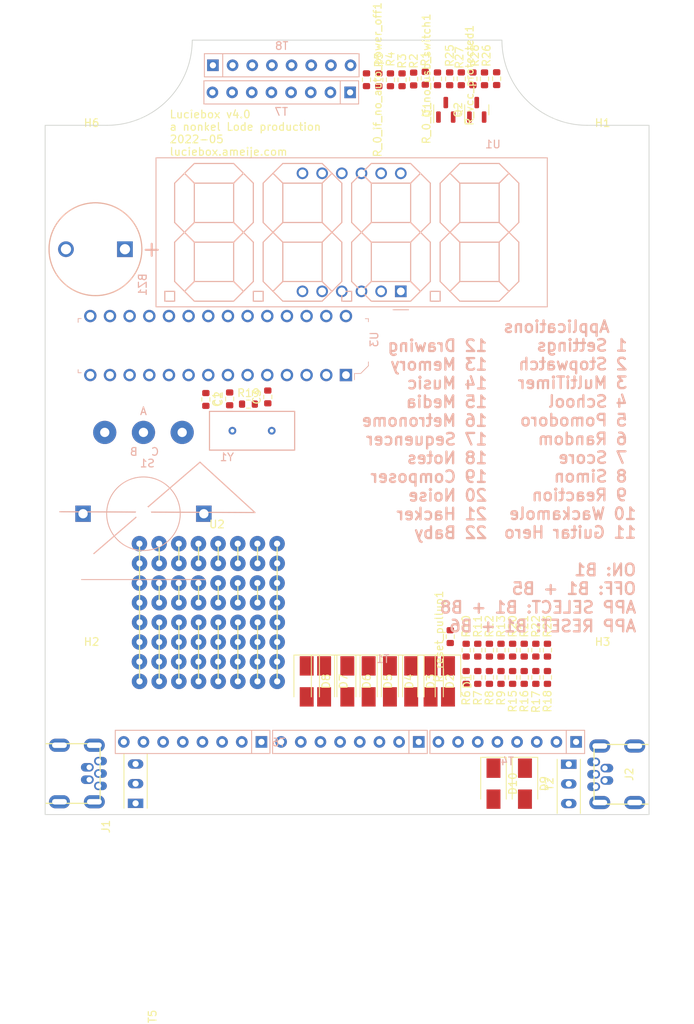
<source format=kicad_pcb>
(kicad_pcb (version 20211014) (generator pcbnew)
  (layers (0 "F.Cu" signal) (31 "B.Cu" signal) (34 "B.Paste" user) (35 "F.Paste" user) (36 "B.SilkS" user "B.Silkscreen") (37 "F.SilkS" user "F.Silkscreen") (38 "B.Mask" user) (39 "F.Mask" user) (44 "Edge.Cuts" user))
  (net 0 "")
  (net 1 "/A5(SCL)")
  (net 2 "GND")
  (net 3 "VCC")
  (net 4 "Net-(C2-Pad2)")
  (net 5 "Net-(C3-Pad2)")
  (net 6 "Net-(D1-Pad2)")
  (net 7 "Net-(J1-Pad2)")
  (net 8 "Net-(J1-Pad3)")
  (net 9 "Net-(J1-Pad4)")
  (net 10 "/Vin")
  (net 11 "/A0")
  (net 12 "/A1")
  (net 13 "/A2")
  (net 14 "/A3")
  (net 15 "/A4(SDA)")
  (net 16 "/13(SCK)")
  (net 17 "/12(MISO)")
  (net 18 "/11(PWM-MOSI)")
  (net 19 "/10(PWM-SS)")
  (net 20 "/9(PWM)")
  (net 21 "/8")
  (net 22 "/7")
  (net 23 "/6(PWM)")
  (net 24 "/5(PWM)")
  (net 25 "/4")
  (net 26 "/3(PWM)")
  (net 27 "/2")
  (net 28 "/1(Tx)")
  (net 29 "/0(Rx)")
  (net 30 "Net-(Q1-Pad1)")
  (net 31 "Net-(Q2-Pad2)")
  (net 32 "VCC_minimalCurrent")
  (net 33 "Net-(R16-Pad1)")
  (net 34 "Net-(R17-Pad1)")
  (net 35 "Net-(R18-Pad1)")
  (net 36 "Net-(R_reset_pullup1-Pad2)")
  (net 37 "Net-(U2-Pad11)")
  (net 38 "Net-(U2-Pad19)")
  (net 44 "Net-(U2-Pad30)")
  (net 50 "Net-(U2-Pad38)")
  (net 51 "Net-(U2-Pad21)")
  (net 52 "Net-(U2-Pad17)")
  (net 54 "Net-(U2-Pad13)")
  (net 55 "/A4")
  (net 56 "Net-(R26-Pad2)")
  (net 57 "Net-(D2-Pad2)")
  (net 58 "Net-(D3-Pad2)")
  (net 59 "Net-(D4-Pad2)")
  (net 60 "Net-(D5-Pad2)")
  (net 61 "Net-(D6-Pad2)")
  (net 62 "Net-(D7-Pad2)")
  (net 63 "Net-(D8-Pad2)")
  (net 64 "Net-(D9-Pad1)")
  (net 65 "Net-(D9-Pad2)")
  (net 66 "Net-(D10-Pad1)")
  (net 67 "Net-(D10-Pad2)")
  (net 68 "Net-(R1-Pad1)")
  (net 69 "Net-(R2-Pad1)")
  (net 70 "Net-(R3-Pad1)")
  (net 71 "Net-(R4-Pad1)")
  (net 72 "Net-(R5-Pad1)")
  (net 73 "Net-(R6-Pad2)")
  (net 74 "Net-(R10-Pad2)")
  (net 75 "Net-(R7-Pad2)")
  (net 76 "Net-(R11-Pad2)")
  (net 77 "Net-(R8-Pad2)")
  (net 78 "Net-(R12-Pad2)")
  (net 79 "Net-(R9-Pad2)")
  (net 80 "Net-(R15-Pad2)")
  (net 81 "Net-(R16-Pad2)")
  (net 82 "Net-(R17-Pad2)")
  (net 83 "Net-(R18-Pad2)")
  (net 88 "Net-(U2-Pad10)")
  (net 93 "Net-(U2-Pad46)")
  (net 99 "Net-(U2-Pad54)")
  (footprint "Luciebox:0603_1608Metric" (layer "F.Cu") (at 55.88 78.771 -90)
    (fp_text reference "R11" (at -3.075 0 90) (layer "F.SilkS"))
    (fp_text value "R_Small")
    (pad "1" smd roundrect (at -0.825 0 270) (size 0.8 0.95) (layers "F.Cu" "F.Paste" "F.Mask") (net 74 "Net-(R10-Pad2)"))
    (pad "2" smd roundrect (at 0.825 0 270) (size 0.8 0.95) (layers "F.Cu" "F.Paste" "F.Mask") (net 76 "Net-(R11-Pad2)"))
  )
  (footprint "Luciebox:0603_1608Metric" (layer "F.Cu") (at 58.88 78.771 90)
    (fp_text reference "R13" (at 3.075 0 90) (layer "F.SilkS"))
    (fp_text value "R_Small")
    (pad "1" smd roundrect (at -0.825 0 90) (size 0.8 0.95) (layers "F.Cu" "F.Paste" "F.Mask") (net 78 "Net-(R12-Pad2)"))
    (pad "2" smd roundrect (at 0.825 0 90) (size 0.8 0.95) (layers "F.Cu" "F.Paste" "F.Mask") (net 2 "GND"))
  )
  (footprint "Luciebox:0603_1608Metric" (layer "F.Cu") (at 43.1 5.125 90)
    (fp_text reference "R5" (at 2.575 0 90) (layer "F.SilkS"))
    (fp_text value "100")
    (pad "1" smd roundrect (at -0.825 0 90) (size 0.8 0.95) (layers "F.Cu" "F.Paste" "F.Mask") (net 72 "Net-(R5-Pad1)"))
    (pad "2" smd roundrect (at 0.825 0 90) (size 0.8 0.95) (layers "F.Cu" "F.Paste" "F.Mask") (net 18 "/11(PWM-MOSI)"))
  )
  (footprint "Luciebox:D_SMA" (layer "F.Cu") (at 36.034 82.804 -90)
    (fp_text reference "D7" (at 0 -2.5 90) (layer "F.SilkS"))
    (fp_text value "D_Schottky")
    (pad "1" smd rect (at -2 0 270) (size 2.5 1.8) (layers "F.Cu" "F.Paste" "F.Mask") (net 16 "/13(SCK)"))
    (pad "2" smd rect (at 2 0 270) (size 2.5 1.8) (layers "F.Cu" "F.Paste" "F.Mask") (net 62 "Net-(D7-Pad2)"))
  )
  (footprint "Luciebox:D_SMA" (layer "F.Cu") (at 52.034 82.804 -90)
    (fp_text reference "D1" (at 0 -2.5 90) (layer "F.SilkS"))
    (fp_text value "D_Schottky")
    (pad "1" smd rect (at -2 0 270) (size 2.5 1.8) (layers "F.Cu" "F.Paste" "F.Mask") (net 22 "/7"))
    (pad "2" smd rect (at 2 0 270) (size 2.5 1.8) (layers "F.Cu" "F.Paste" "F.Mask") (net 6 "Net-(D1-Pad2)"))
  )
  (footprint "Luciebox:D_SMA" (layer "F.Cu") (at 49.784 82.804 -90)
    (fp_text reference "D2" (at 0 -2.5 90) (layer "F.SilkS"))
    (fp_text value "D_Schottky")
    (pad "1" smd rect (at -2 0 270) (size 2.5 1.8) (layers "F.Cu" "F.Paste" "F.Mask") (net 14 "/A3"))
    (pad "2" smd rect (at 2 0 270) (size 2.5 1.8) (layers "F.Cu" "F.Paste" "F.Mask") (net 57 "Net-(D2-Pad2)"))
  )
  (footprint "Luciebox:D_SMA" (layer "F.Cu") (at 47.284 82.804 -90)
    (fp_text reference "D3" (at 0 -2.5 90) (layer "F.SilkS"))
    (fp_text value "D_Schottky")
    (pad "1" smd rect (at -2 0 270) (size 2.5 1.8) (layers "F.Cu" "F.Paste" "F.Mask") (net 25 "/4"))
    (pad "2" smd rect (at 2 0 270) (size 2.5 1.8) (layers "F.Cu" "F.Paste" "F.Mask") (net 58 "Net-(D3-Pad2)"))
  )
  (footprint "Luciebox:Terminal_3x1_100mil" (layer "F.Cu") (at 11.684 96.012 90)
    (fp_text reference "T5" (at -30.055 2.185 90) (layer "F.SilkS"))
    (fp_text value "terminal_3x1")
    (pad "1" thru_hole rect (at -2.54 0 90) (size 1.2 2) (drill 0.8) (layers *.Cu *.Mask) (net 7 "Net-(J1-Pad2)"))
    (pad "2" thru_hole oval (at 0 0 90) (size 1.2 2) (drill 0.8) (layers *.Cu *.Mask) (net 9 "Net-(J1-Pad4)"))
    (pad "3" thru_hole oval (at 2.54 0 90) (size 1.2 2) (drill 0.8) (layers *.Cu *.Mask) (net 8 "Net-(J1-Pad3)"))
  )
  (footprint "Luciebox:0603_1608Metric" (layer "F.Cu") (at 57.38 82.296 -90)
    (fp_text reference "R8" (at 2.65 0 90) (layer "F.SilkS"))
    (fp_text value "R_Small")
    (pad "1" smd roundrect (at -0.825 0 270) (size 0.8 0.95) (layers "F.Cu" "F.Paste" "F.Mask") (net 76 "Net-(R11-Pad2)"))
    (pad "2" smd roundrect (at 0.825 0 270) (size 0.8 0.95) (layers "F.Cu" "F.Paste" "F.Mask") (net 77 "Net-(R8-Pad2)"))
  )
  (footprint "Luciebox:MountingHole_4.3mm_M4" (layer "F.Cu") (at 6 83)
    (fp_text reference "H2" (at 0 -5.3) (layer "F.SilkS"))
    (fp_text value "MountingHole")
    (pad "" np_thru_hole circle locked (at 0 0) (size 4.3 4.3) (drill 4.3) (layers *.Cu *.Mask) (clearance 2))
  )
  (footprint "Package_TO_SOT_SMD:SOT-23" (layer "F.Cu") (at 51.75 9 90)
    (fp_text reference "Q1" (at 0 -2.4 90) (layer "F.SilkS"))
    (fp_text value "P-Channel MOSFET")
    (pad "1" smd roundrect locked (at -0.9375 -0.95 90) (size 1.475 0.6) (layers "F.Cu" "F.Paste" "F.Mask") (net 30 "Net-(Q1-Pad1)"))
    (pad "2" smd roundrect locked (at -0.9375 0.95 90) (size 1.475 0.6) (layers "F.Cu" "F.Paste" "F.Mask") (net 10 "/Vin"))
    (pad "3" smd roundrect locked (at 0.9375 0 90) (size 1.475 0.6) (layers "F.Cu" "F.Paste" "F.Mask") (net 3 "VCC"))
  )
  (footprint "Luciebox:0603_1608Metric" (layer "F.Cu") (at 23.835 46.325 90)
    (fp_text reference "C2" (at 0 -1.43 90) (layer "F.SilkS"))
    (fp_text value "20pF")
    (pad "1" smd roundrect (at -0.825 0 90) (size 0.8 0.95) (layers "F.Cu" "F.Paste" "F.Mask") (net 2 "GND"))
    (pad "2" smd roundrect (at 0.825 0 90) (size 0.8 0.95) (layers "F.Cu" "F.Paste" "F.Mask") (net 4 "Net-(C2-Pad2)"))
  )
  (footprint "Luciebox:0603_1608Metric" (layer "F.Cu") (at 41.5036 5.1176 -90)
    (fp_text reference "R_0_if_no_auto_power_off1" (at 0 -1.43 90) (layer "F.SilkS"))
    (fp_text value "0")
    (pad "1" smd roundrect (at -0.825 0 270) (size 0.8 0.95) (layers "F.Cu" "F.Paste" "F.Mask") (net 3 "VCC"))
    (pad "2" smd roundrect (at 0.825 0 270) (size 0.8 0.95) (layers "F.Cu" "F.Paste" "F.Mask") (net 10 "/Vin"))
  )
  (footprint "Luciebox:0603_1608Metric" (layer "F.Cu") (at 64.88 78.771 90)
    (fp_text reference "R23" (at 3.075 0 90) (layer "F.SilkS"))
    (fp_text value "R_Small")
    (pad "1" smd roundrect (at -0.825 0 90) (size 0.8 0.95) (layers "F.Cu" "F.Paste" "F.Mask") (net 35 "Net-(R18-Pad1)"))
    (pad "2" smd roundrect (at 0.825 0 90) (size 0.8 0.95) (layers "F.Cu" "F.Paste" "F.Mask") (net 2 "GND"))
  )
  (footprint "Luciebox:D_SMA" (layer "F.Cu") (at 41.784 82.804 -90)
    (fp_text reference "D5" (at 0 -2.5 90) (layer "F.SilkS"))
    (fp_text value "D_Schottky")
    (pad "1" smd rect (at -2 0 270) (size 2.5 1.8) (layers "F.Cu" "F.Paste" "F.Mask") (net 29 "/0(Rx)"))
    (pad "2" smd rect (at 2 0 270) (size 2.5 1.8) (layers "F.Cu" "F.Paste" "F.Mask") (net 60 "Net-(D5-Pad2)"))
  )
  (footprint "Luciebox:0603_1608Metric" (layer "F.Cu") (at 55.25 5 -90)
    (fp_text reference "R28" (at -3 -0.25 90) (layer "F.SilkS"))
    (fp_text value "100K")
    (pad "1" smd roundrect (at -0.825 0 270) (size 0.8 0.95) (layers "F.Cu" "F.Paste" "F.Mask") (net 2 "GND"))
    (pad "2" smd roundrect (at 0.825 0 270) (size 0.8 0.95) (layers "F.Cu" "F.Paste" "F.Mask") (net 31 "Net-(Q2-Pad2)"))
  )
  (footprint "Luciebox:0603_1608Metric" (layer "F.Cu") (at 54.38 82.296 -90)
    (fp_text reference "R6" (at 2.65 0 90) (layer "F.SilkS"))
    (fp_text value "R_Small")
    (pad "1" smd roundrect (at -0.825 0 270) (size 0.8 0.95) (layers "F.Cu" "F.Paste" "F.Mask") (net 13 "/A2"))
    (pad "2" smd roundrect (at 0.825 0 270) (size 0.8 0.95) (layers "F.Cu" "F.Paste" "F.Mask") (net 73 "Net-(R6-Pad2)"))
  )
  (footprint "Luciebox:D_SMA" (layer "F.Cu") (at 57.912 96.012 -90)
    (fp_text reference "D10" (at 0 -2.5 90) (layer "F.SilkS"))
    (fp_text value "D_Schottky")
    (pad "1" smd rect (at -2 0 270) (size 2.5 1.8) (layers "F.Cu" "F.Paste" "F.Mask") (net 66 "Net-(D10-Pad1)"))
    (pad "2" smd rect (at 2 0 270) (size 2.5 1.8) (layers "F.Cu" "F.Paste" "F.Mask") (net 67 "Net-(D10-Pad2)"))
  )
  (footprint "Luciebox:D_SMA" (layer "F.Cu") (at 61.976 96.012 -90)
    (fp_text reference "D9" (at 0 -2.5 90) (layer "F.SilkS"))
    (fp_text value "D_Schottky")
    (pad "1" smd rect (at -2 0 270) (size 2.5 1.8) (layers "F.Cu" "F.Paste" "F.Mask") (net 64 "Net-(D9-Pad1)"))
    (pad "2" smd rect (at 2 0 270) (size 2.5 1.8) (layers "F.Cu" "F.Paste" "F.Mask") (net 65 "Net-(D9-Pad2)"))
  )
  (footprint "Luciebox:SOT-23" (layer "F.Cu") (at 55.75 9 90)
    (fp_text reference "Q2" (at 0 -2.4 90) (layer "F.SilkS"))
    (fp_text value "NPN transistor")
    (pad "1" smd roundrect (at -0.9375 -0.95 90) (size 1.475 0.6) (layers "F.Cu" "F.Paste" "F.Mask") (net 30 "Net-(Q1-Pad1)"))
    (pad "2" smd roundrect (at -0.9375 0.95 90) (size 1.475 0.6) (layers "F.Cu" "F.Paste" "F.Mask") (net 31 "Net-(Q2-Pad2)"))
    (pad "3" smd roundrect (at 0.9375 0 90) (size 1.475 0.6) (layers "F.Cu" "F.Paste" "F.Mask") (net 2 "GND"))
  )
  (footprint "Luciebox:0603_1608Metric" (layer "F.Cu") (at 52.25 5 -90)
    (fp_text reference "R25" (at -3 0 -270) (layer "F.SilkS"))
    (fp_text value "100K")
    (pad "1" smd roundrect (at -0.825 0 270) (size 0.8 0.95) (layers "F.Cu" "F.Paste" "F.Mask") (net 10 "/Vin"))
    (pad "2" smd roundrect (at 0.825 0 270) (size 0.8 0.95) (layers "F.Cu" "F.Paste" "F.Mask") (net 30 "Net-(Q1-Pad1)"))
  )
  (footprint "Luciebox:0603_1608Metric" (layer "F.Cu") (at 55.88 82.296 -90)
    (fp_text reference "R7" (at 2.65 0 90) (layer "F.SilkS"))
    (fp_text value "R_Small")
    (pad "1" smd roundrect (at -0.825 0 270) (size 0.8 0.95) (layers "F.Cu" "F.Paste" "F.Mask") (net 74 "Net-(R10-Pad2)"))
    (pad "2" smd roundrect (at 0.825 0 270) (size 0.8 0.95) (layers "F.Cu" "F.Paste" "F.Mask") (net 75 "Net-(R7-Pad2)"))
  )
  (footprint "Luciebox:0603_1608Metric" (layer "F.Cu") (at 63.38 78.771 -90)
    (fp_text reference "R22" (at -3.075 0 90) (layer "F.SilkS"))
    (fp_text value "R_Small")
    (pad "1" smd roundrect (at -0.825 0 270) (size 0.8 0.95) (layers "F.Cu" "F.Paste" "F.Mask") (net 34 "Net-(R17-Pad1)"))
    (pad "2" smd roundrect (at 0.825 0 270) (size 0.8 0.95) (layers "F.Cu" "F.Paste" "F.Mask") (net 35 "Net-(R18-Pad1)"))
  )
  (footprint "Luciebox:D_SMA" (layer "F.Cu") (at 44.534 82.804 -90)
    (fp_text reference "D4" (at 0 -2.5 90) (layer "F.SilkS"))
    (fp_text value "D_Schottky")
    (pad "1" smd rect (at -2 0 270) (size 2.5 1.8) (layers "F.Cu" "F.Paste" "F.Mask") (net 21 "/8"))
    (pad "2" smd rect (at 2 0 270) (size 2.5 1.8) (layers "F.Cu" "F.Paste" "F.Mask") (net 59 "Net-(D4-Pad2)"))
  )
  (footprint "Luciebox:0603_1608Metric" (layer "F.Cu") (at 52.324 77.025 90)
    (fp_text reference "R_reset_pullup1" (at 0 -1.43 90) (layer "F.SilkS"))
    (fp_text value "30000")
    (pad "1" smd roundrect (at -0.825 0 90) (size 0.8 0.95) (layers "F.Cu" "F.Paste" "F.Mask") (net 3 "VCC"))
    (pad "2" smd roundrect (at 0.825 0 90) (size 0.8 0.95) (layers "F.Cu" "F.Paste" "F.Mask") (net 36 "Net-(R_reset_pullup1-Pad2)"))
  )
  (footprint "Luciebox:MountingHole_4.3mm_M4" (layer "F.Cu") (at 72 83)
    (fp_text reference "H3" (at 0 -5.3) (layer "F.SilkS"))
    (fp_text value "MountingHole")
    (pad "" np_thru_hole circle locked (at 0 0) (size 4.3 4.3) (drill 4.3) (layers *.Cu *.Mask) (clearance 2))
  )
  (footprint "Luciebox:MountingHole_4.3mm_M4" (layer "F.Cu") (at 6 16)
    (fp_text reference "H6" (at 0 -5.3) (layer "F.SilkS"))
    (fp_text value "MountingHole")
    (pad "" np_thru_hole circle locked (at 0 0) (size 4.3 4.3) (drill 4.3) (layers *.Cu *.Mask) (clearance 2))
  )
  (footprint "Luciebox:0603_1608Metric" (layer "F.Cu") (at 20.76 46.4 -90)
    (fp_text reference "C1" (at 0 -1.43 90) (layer "F.SilkS"))
    (fp_text value "100nF")
    (pad "1" smd roundrect (at -0.825 0 270) (size 0.8 0.95) (layers "F.Cu" "F.Paste" "F.Mask") (net 3 "VCC"))
    (pad "2" smd roundrect (at 0.825 0 270) (size 0.8 0.95) (layers "F.Cu" "F.Paste" "F.Mask") (net 2 "GND"))
  )
  (footprint "Luciebox:usb_mini_Molex-0548190519" (layer "F.Cu") (at 0.1 94.7)
    (fp_text reference "J1")
    (fp_text value "USB_B_Mini")
    (fp_text user "${REFERENCE}" (at 7.75 6.85 90) (layer "F.SilkS"))
    (pad "1" thru_hole oval locked (at 6.8 1.6) (size 1.65 1.1) (drill oval 0.7 (offset 0.25 0)) (layers *.Cu "B.Mask") (net 2 "GND"))
    (pad "2" thru_hole oval locked (at 5.6 0.8 180) (size 1.65 1.1) (drill oval 0.7 (offset 0.25 0)) (layers *.Cu "B.Mask") (net 7 "Net-(J1-Pad2)"))
    (pad "3" thru_hole oval locked (at 6.8 0) (size 1.65 1.1) (drill oval 0.7 (offset 0.25 0)) (layers *.Cu "B.Mask") (net 8 "Net-(J1-Pad3)"))
    (pad "4" thru_hole oval locked (at 5.6 -0.8 180) (size 1.65 1.1) (drill oval 0.7 (offset 0.25 0)) (layers *.Cu "B.Mask") (net 9 "Net-(J1-Pad4)"))
    (pad "5" thru_hole oval locked (at 6.8 -1.6) (size 1.65 1.1) (drill oval 0.7 (offset 0.25 0)) (layers *.Cu "B.Mask") (net 65 "Net-(D9-Pad2)"))
    (pad "6" thru_hole oval locked (at 6.26072 3.65) (size 2.7 1.7) (drill oval 1.9 0.7) (layers *.Cu *.Mask) (net 2 "GND"))
    (pad "6" thru_hole oval locked (at 1.75 -3.65) (size 2.7 1.7) (drill oval 1.9 0.7) (layers *.Cu *.Mask) (net 2 "GND"))
    (pad "6" thru_hole oval locked (at 1.75 3.65) (size 2.7 1.7) (drill oval 1.9 0.7) (layers *.Cu *.Mask) (net 2 "GND"))
    (pad "6" thru_hole oval locked (at 6.26072 -3.65) (size 2.7 1.7) (drill oval 1.9 0.7) (layers *.Cu *.Mask) (net 2 "GND"))
  )
  (footprint "Luciebox:usb_mini_Molex-0548190519" (layer "F.Cu") (at 77.9 94.8 180)
    (fp_text reference "J2")
    (fp_text value "USB_B_Mini")
    (fp_text user "${REFERENCE}" (at 2.45 0 90) (layer "F.SilkS"))
    (pad "1" thru_hole oval locked (at 6.8 1.6 180) (size 1.65 1.1) (drill oval 0.7 (offset 0.25 0)) (layers *.Cu "B.Mask") (net 2 "GND"))
    (pad "2" thru_hole oval locked (at 5.6 0.8) (size 1.65 1.1) (drill oval 0.7 (offset 0.25 0)) (layers *.Cu "B.Mask") (net 7 "Net-(J1-Pad2)"))
    (pad "3" thru_hole oval locked (at 6.8 0 180) (size 1.65 1.1) (drill oval 0.7 (offset 0.25 0)) (layers *.Cu "B.Mask") (net 8 "Net-(J1-Pad3)"))
    (pad "4" thru_hole oval locked (at 5.6 -0.8) (size 1.65 1.1) (drill oval 0.7 (offset 0.25 0)) (layers *.Cu "B.Mask") (net 9 "Net-(J1-Pad4)"))
    (pad "5" thru_hole oval locked (at 6.8 -1.6 180) (size 1.65 1.1) (drill oval 0.7 (offset 0.25 0)) (layers *.Cu "B.Mask") (net 65 "Net-(D9-Pad2)"))
    (pad "6" thru_hole oval locked (at 6.26072 -3.65 180) (size 2.7 1.7) (drill oval 1.9 0.7) (layers *.Cu *.Mask) (net 2 "GND"))
    (pad "6" thru_hole oval locked (at 1.75 3.65 180) (size 2.7 1.7) (drill oval 1.9 0.7) (layers *.Cu *.Mask) (net 2 "GND"))
    (pad "6" thru_hole oval locked (at 1.75 -3.65 180) (size 2.7 1.7) (drill oval 1.9 0.7) (layers *.Cu *.Mask) (net 2 "GND"))
    (pad "6" thru_hole oval locked (at 6.26072 3.65 180) (size 2.7 1.7) (drill oval 1.9 0.7) (layers *.Cu *.Mask) (net 2 "GND"))
  )
  (footprint "Luciebox:0603_1608Metric" (layer "F.Cu") (at 26.26 47)
    (fp_text reference "R19" (at 0 -1.43) (layer "F.SilkS"))
    (fp_text value "1M")
    (pad "1" smd roundrect (at -0.825 0) (size 0.8 0.95) (layers "F.Cu" "F.Paste" "F.Mask") (net 4 "Net-(C2-Pad2)"))
    (pad "2" smd roundrect (at 0.825 0) (size 0.8 0.95) (layers "F.Cu" "F.Paste" "F.Mask") (net 5 "Net-(C3-Pad2)"))
  )
  (footprint "Luciebox:0603_1608Metric" (layer "F.Cu") (at 58.88 82.296 -90)
    (fp_text reference "R9" (at 2.65 0 90) (layer "F.SilkS"))
    (fp_text value "R_Small")
    (pad "1" smd roundrect (at -0.825 0 270) (size 0.8 0.95) (layers "F.Cu" "F.Paste" "F.Mask") (net 78 "Net-(R12-Pad2)"))
    (pad "2" smd roundrect (at 0.825 0 270) (size 0.8 0.95) (layers "F.Cu" "F.Paste" "F.Mask") (net 79 "Net-(R9-Pad2)"))
  )
  (footprint "Luciebox:0603_1608Metric" (layer "F.Cu") (at 56.75 5 90)
    (fp_text reference "R26" (at 3 0.25 90) (layer "F.SilkS"))
    (fp_text value "1K")
    (pad "1" smd roundrect (at -0.825 0 90) (size 0.8 0.95) (layers "F.Cu" "F.Paste" "F.Mask") (net 31 "Net-(Q2-Pad2)"))
    (pad "2" smd roundrect (at 0.825 0 90) (size 0.8 0.95) (layers "F.Cu" "F.Paste" "F.Mask") (net 56 "Net-(R26-Pad2)"))
  )
  (footprint "Luciebox:0603_1608Metric" (layer "F.Cu") (at 63.38 82.296 -90)
    (fp_text reference "R17" (at 3.15 -0.01 90) (layer "F.SilkS"))
    (fp_text value "R_Small")
    (pad "1" smd roundrect (at -0.825 0 270) (size 0.8 0.95) (layers "F.Cu" "F.Paste" "F.Mask") (net 34 "Net-(R17-Pad1)"))
    (pad "2" smd roundrect (at 0.825 0 270) (size 0.8 0.95) (layers "F.Cu" "F.Paste" "F.Mask") (net 82 "Net-(R17-Pad2)"))
  )
  (footprint "Luciebox:0603_1608Metric" (layer "F.Cu") (at 58.3184 4.9784 -90)
    (fp_text reference "R_vcc_protected1" (at -0.425 3.5 -90) (layer "F.SilkS"))
    (fp_text value "10K")
    (pad "1" smd roundrect (at -0.825 0 270) (size 0.8 0.95) (layers "F.Cu" "F.Paste" "F.Mask") (net 3 "VCC"))
    (pad "2" smd roundrect (at 0.825 0 270) (size 0.8 0.95) (layers "F.Cu" "F.Paste" "F.Mask") (net 32 "VCC_minimalCurrent"))
  )
  (footprint "Luciebox:0603_1608Metric" (layer "F.Cu") (at 46.1 5.125 90)
    (fp_text reference "R3" (at 2.425 0 90) (layer "F.SilkS"))
    (fp_text value "100")
    (pad "1" smd roundrect (at -0.825 0 90) (size 0.8 0.95) (layers "F.Cu" "F.Paste" "F.Mask") (net 70 "Net-(R3-Pad1)"))
    (pad "2" smd roundrect (at 0.825 0 90) (size 0.8 0.95) (layers "F.Cu" "F.Paste" "F.Mask") (net 20 "/9(PWM)"))
  )
  (footprint "Luciebox:0603_1608Metric" (layer "F.Cu") (at 61.88 78.771 90)
    (fp_text reference "R21" (at 3.075 0 90) (layer "F.SilkS"))
    (fp_text value "R_Small")
    (pad "1" smd roundrect (at -0.825 0 90) (size 0.8 0.95) (layers "F.Cu" "F.Paste" "F.Mask") (net 33 "Net-(R16-Pad1)"))
    (pad "2" smd roundrect (at 0.825 0 90) (size 0.8 0.95) (layers "F.Cu" "F.Paste" "F.Mask") (net 34 "Net-(R17-Pad1)"))
  )
  (footprint "Luciebox:8X8PADS_100mil" (layer "F.Cu") (at 22.1996 73.8886)
    (fp_text reference "U2" (at -0.00635 -11.3646) (layer "F.SilkS"))
    (fp_text value "8X8PADS")
    (pad "1" thru_hole oval locked (at -10.0076 8.9154) (size 2 2) (drill 0.8) (layers *.Cu *.Mask) (net 3 "VCC"))
    (pad "2" thru_hole oval locked (at -10.0203 6.3754) (size 2 2) (drill 0.8) (layers *.Cu *.Mask) (net 3 "VCC"))
    (pad "3" thru_hole oval locked (at -10.0076 3.8354) (size 2 2) (drill 0.8) (layers *.Cu *.Mask) (net 3 "VCC"))
    (pad "4" thru_hole oval locked (at -9.9949 1.2954) (size 2 2) (drill 0.8) (layers *.Cu *.Mask) (net 3 "VCC"))
    (pad "5" thru_hole oval locked (at -10.0076 -1.2446) (size 2 2) (drill 0.8) (layers *.Cu *.Mask) (net 3 "VCC"))
    (pad "6" thru_hole oval locked (at -10.0203 -3.7846) (size 2 2) (drill 0.8) (layers *.Cu *.Mask) (net 3 "VCC"))
    (pad "7" thru_hole oval locked (at -10.0076 -6.3246) (size 2 2) (drill 0.8) (layers *.Cu *.Mask) (net 3 "VCC"))
    (pad "8" thru_hole oval locked (at -10.0203 -8.8646) (size 2 2) (drill 0.8) (layers *.Cu *.Mask) (net 3 "VCC"))
    (pad "9" thru_hole oval locked (at -7.4676 8.9154) (size 2 2) (drill 0.8) (layers *.Cu *.Mask) (net 88 "Net-(U2-Pad10)"))
    (pad "10" thru_hole oval locked (at -7.4803 6.3754) (size 2 2) (drill 0.8) (layers *.Cu *.Mask) (net 88 "Net-(U2-Pad10)"))
    (pad "11" thru_hole oval locked (at -7.4676 3.8354) (size 2 2) (drill 0.8) (layers *.Cu *.Mask) (net 37 "Net-(U2-Pad11)"))
    (pad "12" thru_hole oval locked (at -7.4549 1.2954) (size 2 2) (drill 0.8) (layers *.Cu *.Mask) (net 37 "Net-(U2-Pad11)"))
    (pad "13" thru_hole oval locked (at -7.4676 -1.2446) (size 2 2) (drill 0.8) (layers *.Cu *.Mask) (net 54 "Net-(U2-Pad13)"))
    (pad "14" thru_hole oval locked (at -7.4803 -3.7846) (size 2 2) (drill 0.8) (layers *.Cu *.Mask) (net 54 "Net-(U2-Pad13)"))
    (pad "15" thru_hole oval locked (at -7.4676 -6.3246) (size 2 2) (drill 0.8) (layers *.Cu *.Mask) (net 54 "Net-(U2-Pad13)"))
    (pad "16" thru_hole oval locked (at -7.4803 -8.8646) (size 2 2) (drill 0.8) (layers *.Cu *.Mask) (net 54 "Net-(U2-Pad13)"))
    (pad "17" thru_hole oval locked (at -4.9276 8.9154) (size 2 2) (drill 0.8) (layers *.Cu *.Mask) (net 52 "Net-(U2-Pad17)"))
    (pad "18" thru_hole oval locked (at -4.9403 6.3754) (size 2 2) (drill 0.8) (layers *.Cu *.Mask) (net 52 "Net-(U2-Pad17)"))
    (pad "19" thru_hole oval locked (at -4.9276 3.8354) (size 2 2) (drill 0.8) (layers *.Cu *.Mask) (net 38 "Net-(U2-Pad19)"))
    (pad "20" thru_hole oval locked (at -4.9149 1.2954) (size 2 2) (drill 0.8) (layers *.Cu *.Mask) (net 38 "Net-(U2-Pad19)"))
    (pad "21" thru_hole oval locked (at -4.9276 -1.2446) (size 2 2) (drill 0.8) (layers *.Cu *.Mask) (net 51 "Net-(U2-Pad21)"))
    (pad "22" thru_hole oval locked (at -4.9403 -3.7846) (size 2 2) (drill 0.8) (layers *.Cu *.Mask) (net 51 "Net-(U2-Pad21)"))
    (pad "23" thru_hole oval locked (at -4.9276 -6.3246) (size 2 2) (drill 0.8) (layers *.Cu *.Mask) (net 51 "Net-(U2-Pad21)"))
    (pad "24" thru_hole oval locked (at -4.9403 -8.8646) (size 2 2) (drill 0.8) (layers *.Cu *.Mask) (net 51 "Net-(U2-Pad21)"))
    (pad "25" thru_hole oval locked (at -2.3876 8.9154) (size 2 2) (drill 0.8) (layers *.Cu *.Mask))
    (pad "26" thru_hole oval locked (at -2.4003 6.3754) (size 2 2) (drill 0.8) (layers *.Cu *.Mask))
    (pad "27" thru_hole oval locked (at -2.3876 3.8354) (size 2 2) (drill 0.8) (layers *.Cu *.Mask))
    (pad "28" thru_hole oval locked (at -2.3749 1.2954) (size 2 2) (drill 0.8) (layers *.Cu *.Mask))
    (pad "29" thru_hole oval locked (at -2.3876 -1.2446) (size 2 2) (drill 0.8) (layers *.Cu *.Mask))
    (pad "30" thru_hole oval locked (at -2.4003 -3.7846) (size 2 2) (drill 0.8) (layers *.Cu *.Mask) (net 44 "Net-(U2-Pad30)"))
    (pad "31" thru_hole oval locked (at -2.3876 -6.3246) (size 2 2) (drill 0.8) (layers *.Cu *.Mask) (net 44 "Net-(U2-Pad30)"))
    (pad "32" thru_hole oval locked (at -2.4003 -8.8646) (size 2 2) (drill 0.8) (layers *.Cu *.Mask) (net 44 "Net-(U2-Pad30)"))
    (pad "33" thru_hole oval locked (at 0.1524 8.9154) (size 2 2) (drill 0.8) (layers *.Cu *.Mask))
    (pad "34" thru_hole oval locked (at 0.1397 6.3754) (size 2 2) (drill 0.8) (layers *.Cu *.Mask))
    (pad "35" thru_hole oval locked (at 0.1524 3.8354) (size 2 2) (drill 0.8) (layers *.Cu *.Mask))
    (pad "36" thru_hole oval locked (at 0.1651 1.2954) (size 2 2) (drill 0.8) (layers *.Cu *.Mask))
    (pad "37" thru_hole oval locked (at 0.1524 -1.2446) (size 2 2) (drill 0.8) (layers *.Cu *.Mask))
    (pad "38" thru_hole oval locked (at 0.1397 -3.7846) (size 2 2) (drill 0.8) (layers *.Cu *.Mask) (net 50 "Net-(U2-Pad38)"))
    (pad "39" thru_hole oval locked (at 0.1524 -6.3246) (size 2 2) (drill 0.8) (layers *.Cu *.Mask) (net 50 "Net-(U2-Pad38)"))
    (pad "40" thru_hole oval locked (at 0.1397 -8.8646) (size 2 2) (drill 0.8) (layers *.Cu *.Mask) (net 50 "Net-(U2-Pad38)"))
    (pad "41" thru_hole oval locked (at 2.6924 8.9154) (size 2 2) (drill 0.8) (layers *.Cu *.Mask))
    (pad "42" thru_hole oval locked (at 2.6797 6.3754) (size 2 2) (drill 0.8) (layers *.Cu *.Mask))
    (pad "43" thru_hole oval locked (at 2.6924 3.8354) (size 2 2) (drill 0.8) (layers *.Cu *.Mask))
    (pad "44" thru_hole oval locked (at 2.7051 1.2954) (size 2 2) (drill 0.8) (layers *.Cu *.Mask))
    (pad "45" thru_hole oval locked (at 2.6924 -1.2446) (size 2 2) (drill 0.8) (layers *.Cu *.Mask))
    (pad "46" thru_hole oval locked (at 2.6797 -3.7846) (size 2 2) (drill 0.8) (layers *.Cu *.Mask) (net 93 "Net-(U2-Pad46)"))
    (pad "47" thru_hole oval locked (at 2.6924 -6.3246) (size 2 2) (drill 0.8) (layers *.Cu *.Mask) (net 93 "Net-(U2-Pad46)"))
    (pad "48" thru_hole oval locked (at 2.6797 -8.8646) (size 2 2) (drill 0.8) (layers *.Cu *.Mask) (net 93 "Net-(U2-Pad46)"))
    (pad "49" thru_hole oval locked (at 5.2324 8.9154) (size 2 2) (drill 0.8) (layers *.Cu *.Mask))
    (pad "50" thru_hole oval locked (at 5.2197 6.3754) (size 2 2) (drill 0.8) (layers *.Cu *.Mask))
    (pad "51" thru_hole oval locked (at 5.2324 3.8354) (size 2 2) (drill 0.8) (layers *.Cu *.Mask))
    (pad "52" thru_hole oval locked (at 5.2451 1.2954) (size 2 2) (drill 0.8) (layers *.Cu *.Mask))
    (pad "53" thru_hole oval locked (at 5.2324 -1.2446) (size 2 2) (drill 0.8) (layers *.Cu *.Mask))
    (pad "54" thru_hole oval locked (at 5.2197 -3.7846) (size 2 2) (drill 0.8) (layers *.Cu *.Mask) (net 99 "Net-(U2-Pad54)"))
    (pad "55" thru_hole oval locked (at 5.2324 -6.3246) (size 2 2) (drill 0.8) (layers *.Cu *.Mask) (net 99 "Net-(U2-Pad54)"))
    (pad "56" thru_hole oval locked (at 5.2197 -8.8646) (size 2 2) (drill 0.8) (layers *.Cu *.Mask) (net 99 "Net-(U2-Pad54)"))
    (pad "57" thru_hole oval locked (at 7.7724 8.9154) (size 2 2) (drill 0.8) (layers *.Cu *.Mask) (net 2 "GND"))
    (pad "58" thru_hole oval locked (at 7.7597 6.3754) (size 2 2) (drill 0.8) (layers *.Cu *.Mask) (net 2 "GND"))
    (pad "59" thru_hole oval locked (at 7.7724 3.8354) (size 2 2) (drill 0.8) (layers *.Cu *.Mask) (net 2 "GND"))
    (pad "60" thru_hole oval locked (at 7.7851 1.2954) (size 2 2) (drill 0.8) (layers *.Cu *.Mask) (net 2 "GND"))
    (pad "61" thru_hole oval locked (at 7.7724 -1.2446) (size 2 2) (drill 0.8) (layers *.Cu *.Mask) (net 2 "GND"))
    (pad "62" thru_hole oval locked (at 7.7597 -3.7846) (size 2 2) (drill 0.8) (layers *.Cu *.Mask) (net 2 "GND"))
    (pad "63" thru_hole oval locked (at 7.7724 -6.3246) (size 2 2) (drill 0.8) (layers *.Cu *.Mask) (net 2 "GND"))
    (pad "64" thru_hole oval locked (at 7.7597 -8.8646) (size 2 2) (drill 0.8) (layers *.Cu *.Mask) (net 2 "GND"))
  )
  (footprint "Luciebox:0603_1608Metric" (layer "F.Cu") (at 61.88 82.296 -90)
    (fp_text reference "R16" (at 3.075 0 90) (layer "F.SilkS"))
    (fp_text value "R_Small")
    (pad "1" smd roundrect (at -0.825 0 270) (size 0.8 0.95) (layers "F.Cu" "F.Paste" "F.Mask") (net 33 "Net-(R16-Pad1)"))
    (pad "2" smd roundrect (at 0.825 0 270) (size 0.8 0.95) (layers "F.Cu" "F.Paste" "F.Mask") (net 81 "Net-(R16-Pad2)"))
  )
  (footprint "Luciebox:0603_1608Metric" (layer "F.Cu") (at 50.675 5 -90)
    (fp_text reference "R_0_if_no_usb_switch1" (at 0 1.425 -270) (layer "F.SilkS"))
    (fp_text value "0")
    (pad "1" smd roundrect (at -0.825 0 270) (size 0.8 0.95) (layers "F.Cu" "F.Paste" "F.Mask") (net 64 "Net-(D9-Pad1)"))
    (pad "2" smd roundrect (at 0.825 0 270) (size 0.8 0.95) (layers "F.Cu" "F.Paste" "F.Mask") (net 10 "/Vin"))
  )
  (footprint "Luciebox:0603_1608Metric" (layer "F.Cu") (at 47.6 5.025 90)
    (fp_text reference "R2" (at 2.325 0 90) (layer "F.SilkS"))
    (fp_text value "100")
    (pad "1" smd roundrect (at -0.825 0 90) (size 0.8 0.95) (layers "F.Cu" "F.Paste" "F.Mask") (net 69 "Net-(R2-Pad1)"))
    (pad "2" smd roundrect (at 0.825 0 90) (size 0.8 0.95) (layers "F.Cu" "F.Paste" "F.Mask") (net 24 "/5(PWM)"))
  )
  (footprint "Luciebox:D_SMA" (layer "F.Cu") (at 33.784 82.804 -90)
    (fp_text reference "D8" (at 0 -2.5 90) (layer "F.SilkS"))
    (fp_text value "D_Schottky")
    (pad "1" smd rect (at -2 0 270) (size 2.5 1.8) (layers "F.Cu" "F.Paste" "F.Mask") (net 17 "/12(MISO)"))
    (pad "2" smd rect (at 2 0 270) (size 2.5 1.8) (layers "F.Cu" "F.Paste" "F.Mask") (net 63 "Net-(D8-Pad2)"))
  )
  (footprint "Luciebox:MountingHole_4.3mm_M4" (layer "F.Cu") (at 72 16)
    (fp_text reference "H1" (at 0 -5.3) (layer "F.SilkS"))
    (fp_text value "MountingHole")
    (pad "" np_thru_hole circle locked (at 0 0) (size 4.3 4.3) (drill 4.3) (layers *.Cu *.Mask) (clearance 2))
  )
  (footprint "Luciebox:Terminal_3x1_100mil" (layer "F.Cu") (at 67.634 96.0385 -90)
    (fp_text reference "T2" (at 0 2.5 90) (layer "F.SilkS"))
    (fp_text value "terminal_3x1")
    (pad "1" thru_hole rect (at -2.54 0 270) (size 1.2 2) (drill 0.8) (layers *.Cu *.Mask) (net 27 "/2"))
    (pad "2" thru_hole oval (at 0 0 270) (size 1.2 2) (drill 0.8) (layers *.Cu *.Mask) (net 26 "/3(PWM)"))
    (pad "3" thru_hole oval (at 2.54 0 270) (size 1.2 2) (drill 0.8) (layers *.Cu *.Mask) (net 1 "/A5(SCL)"))
  )
  (footprint "Luciebox:D_SMA" (layer "F.Cu") (at 39.034 82.804 -90)
    (fp_text reference "D6" (at 0 -2.5 90) (layer "F.SilkS"))
    (fp_text value "D_Schottky")
    (pad "1" smd rect (at -2 0 270) (size 2.5 1.8) (layers "F.Cu" "F.Paste" "F.Mask") (net 28 "/1(Tx)"))
    (pad "2" smd rect (at 2 0 270) (size 2.5 1.8) (layers "F.Cu" "F.Paste" "F.Mask") (net 61 "Net-(D6-Pad2)"))
  )
  (footprint "Luciebox:0603_1608Metric" (layer "F.Cu") (at 28.76 46.075 90)
    (fp_text reference "C3" (at 0 -1.43 90) (layer "F.SilkS"))
    (fp_text value "20pF")
    (pad "1" smd roundrect (at -0.825 0 90) (size 0.8 0.95) (layers "F.Cu" "F.Paste" "F.Mask") (net 2 "GND"))
    (pad "2" smd roundrect (at 0.825 0 90) (size 0.8 0.95) (layers "F.Cu" "F.Paste" "F.Mask") (net 5 "Net-(C3-Pad2)"))
  )
  (footprint "Luciebox:0603_1608Metric" (layer "F.Cu") (at 64.88 82.296 -90)
    (fp_text reference "R18" (at 3.075 0 90) (layer "F.SilkS"))
    (fp_text value "R_Small")
    (pad "1" smd roundrect (at -0.825 0 270) (size 0.8 0.95) (layers "F.Cu" "F.Paste" "F.Mask") (net 35 "Net-(R18-Pad1)"))
    (pad "2" smd roundrect (at 0.825 0 270) (size 0.8 0.95) (layers "F.Cu" "F.Paste" "F.Mask") (net 83 "Net-(R18-Pad2)"))
  )
  (footprint "Luciebox:0603_1608Metric" (layer "F.Cu") (at 49.1 4.925 90)
    (fp_text reference "R1" (at 2.5 0 90) (layer "F.SilkS"))
    (fp_text value "100")
    (pad "1" smd roundrect (at -0.825 0 90) (size 0.8 0.95) (layers "F.Cu" "F.Paste" "F.Mask") (net 68 "Net-(R1-Pad1)"))
    (pad "2" smd roundrect (at 0.825 0 90) (size 0.8 0.95) (layers "F.Cu" "F.Paste" "F.Mask") (net 23 "/6(PWM)"))
  )
  (footprint "Luciebox:0603_1608Metric" (layer "F.Cu") (at 44.6 5.125 90)
    (fp_text reference "R4" (at 2.675 0 90) (layer "F.SilkS"))
    (fp_text value "100")
    (pad "1" smd roundrect (at -0.825 0 90) (size 0.8 0.95) (layers "F.Cu" "F.Paste" "F.Mask") (net 71 "Net-(R4-Pad1)"))
    (pad "2" smd roundrect (at 0.825 0 90) (size 0.8 0.95) (layers "F.Cu" "F.Paste" "F.Mask") (net 19 "/10(PWM-SS)"))
  )
  (footprint "Luciebox:0603_1608Metric" (layer "F.Cu") (at 53.75 5 90)
    (fp_text reference "R27" (at 2.75 -0.25 90) (layer "F.SilkS"))
    (fp_text value "10K")
    (pad "1" smd roundrect (at -0.825 0 90) (size 0.8 0.95) (layers "F.Cu" "F.Paste" "F.Mask") (net 31 "Net-(Q2-Pad2)"))
    (pad "2" smd roundrect (at 0.825 0 90) (size 0.8 0.95) (layers "F.Cu" "F.Paste" "F.Mask") (net 55 "/A4"))
  )
  (footprint "Luciebox:0603_1608Metric" (layer "F.Cu") (at 54.38 78.771 90)
    (fp_text reference "R10" (at 3.075 0 90) (layer "F.SilkS"))
    (fp_text value "R_Small")
    (pad "1" smd roundrect (at -0.825 0 90) (size 0.8 0.95) (layers "F.Cu" "F.Paste" "F.Mask") (net 13 "/A2"))
    (pad "2" smd roundrect (at 0.825 0 90) (size 0.8 0.95) (layers "F.Cu" "F.Paste" "F.Mask") (net 74 "Net-(R10-Pad2)"))
  )
  (footprint "Luciebox:0603_1608Metric" (layer "F.Cu") (at 60.38 82.296 -90)
    (fp_text reference "R15" (at 3.075 0 90) (layer "F.SilkS"))
    (fp_text value "R_Small")
    (pad "1" smd roundrect (at -0.825 0 270) (size 0.8 0.95) (layers "F.Cu" "F.Paste" "F.Mask") (net 12 "/A1"))
    (pad "2" smd roundrect (at 0.825 0 270) (size 0.8 0.95) (layers "F.Cu" "F.Paste" "F.Mask") (net 80 "Net-(R15-Pad2)"))
  )
  (footprint "Luciebox:0603_1608Metric" (layer "F.Cu") (at 60.38 78.771 -90)
    (fp_text reference "R20" (at -3.075 0 90) (layer "F.SilkS"))
    (fp_text value "R_Small")
    (pad "1" smd roundrect (at -0.825 0 270) (size 0.8 0.95) (layers "F.Cu" "F.Paste" "F.Mask") (net 12 "/A1"))
    (pad "2" smd roundrect (at 0.825 0 270) (size 0.8 0.95) (layers "F.Cu" "F.Paste" "F.Mask") (net 33 "Net-(R16-Pad1)"))
  )
  (footprint "Luciebox:0603_1608Metric" (layer "F.Cu") (at 57.38 78.771 90)
    (fp_text reference "R12" (at 3.075 0 90) (layer "F.SilkS"))
    (fp_text value "R_Small")
    (pad "1" smd roundrect (at -0.825 0 90) (size 0.8 0.95) (layers "F.Cu" "F.Paste" "F.Mask") (net 76 "Net-(R11-Pad2)"))
    (pad "2" smd roundrect (at 0.825 0 90) (size 0.8 0.95) (layers "F.Cu" "F.Paste" "F.Mask") (net 78 "Net-(R12-Pad2)"))
  )
  (footprint "Luciebox:Terminal_8x1_100mil" (layer "B.Cu") (at 30.5 6.75 180)
    (fp_text reference "T7" (at 0 -2.5) (layer "B.SilkS") (effects (justify mirror)))
    (fp_text value "terminal_8x1")
    (pad "1" thru_hole rect locked (at -8.89 0 180) (size 1.5 1.5) (drill 0.8) (layers *.Cu *.Mask))
    (pad "2" thru_hole circle locked (at -6.35 0 180) (size 1.5 1.5) (drill 0.8) (layers *.Cu *.Mask))
    (pad "3" thru_hole circle locked (at -3.81 0 180) (size 1.5 1.5) (drill 0.8) (layers *.Cu *.Mask))
    (pad "4" thru_hole circle locked (at -1.27 0 180) (size 1.5 1.5) (drill 0.8) (layers *.Cu *.Mask) (net 36 "Net-(R_reset_pullup1-Pad2)"))
    (pad "5" thru_hole circle locked (at 1.27 0 180) (size 1.5 1.5) (drill 0.8) (layers *.Cu *.Mask) (net 29 "/0(Rx)"))
    (pad "6" thru_hole circle locked (at 3.81 0 180) (size 1.5 1.5) (drill 0.8) (layers *.Cu *.Mask) (net 28 "/1(Tx)"))
    (pad "7" thru_hole circle locked (at 6.35 0 180) (size 1.5 1.5) (drill 0.8) (layers *.Cu *.Mask) (net 2 "GND"))
    (pad "8" thru_hole circle locked (at 8.89 0 180) (size 1.5 1.5) (drill 0.8) (layers *.Cu *.Mask) (net 3 "VCC"))
  )
  (footprint "Luciebox:Terminal_8x1_100mil" (layer "B.Cu") (at 39.37 90.62 180)
    (fp_text reference "T1" (at -4.242 10.708) (layer "B.SilkS") (effects (justify mirror)))
    (fp_text value "terminal_8x1")
    (pad "1" thru_hole rect locked (at -8.89 0 180) (size 1.5 1.5) (drill 0.8) (layers *.Cu *.Mask) (net 6 "Net-(D1-Pad2)"))
    (pad "2" thru_hole circle locked (at -6.35 0 180) (size 1.5 1.5) (drill 0.8) (layers *.Cu *.Mask) (net 57 "Net-(D2-Pad2)"))
    (pad "3" thru_hole circle locked (at -3.81 0 180) (size 1.5 1.5) (drill 0.8) (layers *.Cu *.Mask) (net 58 "Net-(D3-Pad2)"))
    (pad "4" thru_hole circle locked (at -1.27 0 180) (size 1.5 1.5) (drill 0.8) (layers *.Cu *.Mask) (net 59 "Net-(D4-Pad2)"))
    (pad "5" thru_hole circle locked (at 1.27 0 180) (size 1.5 1.5) (drill 0.8) (layers *.Cu *.Mask) (net 60 "Net-(D5-Pad2)"))
    (pad "6" thru_hole circle locked (at 3.81 0 180) (size 1.5 1.5) (drill 0.8) (layers *.Cu *.Mask) (net 61 "Net-(D6-Pad2)"))
    (pad "7" thru_hole circle locked (at 6.35 0 180) (size 1.5 1.5) (drill 0.8) (layers *.Cu *.Mask) (net 62 "Net-(D7-Pad2)"))
    (pad "8" thru_hole circle locked (at 8.89 0 180) (size 1.5 1.5) (drill 0.8) (layers *.Cu *.Mask) (net 63 "Net-(D8-Pad2)"))
  )
  (footprint "Luciebox:CA56-12SRWA" (layer "B.Cu") (at 45.94 32.44 90)
    (fp_text reference "U1" (at 18.9775 11.9) (layer "B.SilkS") (effects (justify mirror)))
    (fp_text value "CA56-12SRWA")
    (pad "1" thru_hole rect locked (at 0 0 90) (size 1.5 1.5) (drill 1) (layers *.Cu *.Mask) (net 17 "/12(MISO)"))
    (pad "2" thru_hole circle locked (at 0 -2.54 90) (size 1.5 1.5) (drill 1) (layers *.Cu *.Mask) (net 21 "/8"))
    (pad "3" thru_hole circle locked (at 0 -5.08 90) (size 1.5 1.5) (drill 1) (layers *.Cu *.Mask) (net 29 "/0(Rx)"))
    (pad "4" thru_hole circle locked (at 0 -7.62 90) (size 1.5 1.5) (drill 1) (layers *.Cu *.Mask) (net 25 "/4"))
    (pad "5" thru_hole circle locked (at 0 -10.16 90) (size 1.5 1.5) (drill 1) (layers *.Cu *.Mask) (net 28 "/1(Tx)"))
    (pad "6" thru_hole circle locked (at 0 -12.7 90) (size 1.5 1.5) (drill 1) (layers *.Cu *.Mask) (net 69 "Net-(R2-Pad1)"))
    (pad "7" thru_hole circle locked (at 15.24 -12.7 90) (size 1.5 1.5) (drill 1) (layers *.Cu *.Mask) (net 14 "/A3"))
    (pad "8" thru_hole circle locked (at 15.24 -10.16 90) (size 1.5 1.5) (drill 1) (layers *.Cu *.Mask) (net 70 "Net-(R3-Pad1)"))
    (pad "9" thru_hole circle locked (at 15.24 -7.62 90) (size 1.5 1.5) (drill 1) (layers *.Cu *.Mask) (net 71 "Net-(R4-Pad1)"))
    (pad "10" thru_hole circle locked (at 15.24 -5.08 90) (size 1.5 1.5) (drill 1) (layers *.Cu *.Mask) (net 16 "/13(SCK)"))
    (pad "11" thru_hole circle locked (at 15.24 -2.54 90) (size 1.5 1.5) (drill 1) (layers *.Cu *.Mask) (net 22 "/7"))
    (pad "12" thru_hole circle locked (at 15.24 0 90) (size 1.5 1.5) (drill 1) (layers *.Cu *.Mask) (net 72 "Net-(R5-Pad1)"))
  )
  (footprint "Luciebox:DIP-28_W7.62mm" (layer "B.Cu") (at 38.855 43.25 90)
    (fp_text reference "U3" (at 4.5974 3.6576 90) (layer "B.SilkS") (effects (justify mirror)))
    (fp_text value "ATmega328-PU")
    (pad "1" thru_hole rect locked (at 0 0 90) (size 1.6 1.6) (drill 1) (layers *.Cu *.Mask) (net 36 "Net-(R_reset_pullup1-Pad2)"))
    (pad "2" thru_hole circle locked (at 0 -2.54 90) (size 1.6 1.6) (drill 1) (layers *.Cu *.Mask) (net 29 "/0(Rx)"))
    (pad "3" thru_hole circle locked (at 0 -5.08 90) (size 1.6 1.6) (drill 1) (layers *.Cu *.Mask) (net 28 "/1(Tx)"))
    (pad "4" thru_hole circle locked (at 0 -7.62 90) (size 1.6 1.6) (drill 1) (layers *.Cu *.Mask) (net 27 "/2"))
    (pad "5" thru_hole circle locked (at 0 -10.16 90) (size 1.6 1.6) (drill 1) (layers *.Cu *.Mask) (net 26 "/3(PWM)"))
    (pad "6" thru_hole circle locked (at 0 -12.7 90) (size 1.6 1.6) (drill 1) (layers *.Cu *.Mask) (net 25 "/4"))
    (pad "7" thru_hole circle locked (at 0 -15.24 90) (size 1.6 1.6) (drill 1) (layers *.Cu *.Mask) (net 3 "VCC"))
    (pad "8" thru_hole circle locked (at 0 -17.78 90) (size 1.6 1.6) (drill 1) (layers *.Cu *.Mask) (net 2 "GND"))
    (pad "9" thru_hole circle locked (at 0 -20.32 90) (size 1.6 1.6) (drill 1) (layers *.Cu *.Mask) (net 4 "Net-(C2-Pad2)"))
    (pad "10" thru_hole circle locked (at 0 -22.86 90) (size 1.6 1.6) (drill 1) (layers *.Cu *.Mask) (net 5 "Net-(C3-Pad2)"))
    (pad "11" thru_hole circle locked (at 0 -25.4 90) (size 1.6 1.6) (drill 1) (layers *.Cu *.Mask) (net 24 "/5(PWM)"))
    (pad "12" thru_hole circle locked (at 0 -27.94 90) (size 1.6 1.6) (drill 1) (layers *.Cu *.Mask) (net 23 "/6(PWM)"))
    (pad "13" thru_hole circle locked (at 0 -30.48 90) (size 1.6 1.6) (drill 1) (layers *.Cu *.Mask) (net 22 "/7"))
    (pad "14" thru_hole circle locked (at 0 -33.02 90) (size 1.6 1.6) (drill 1) (layers *.Cu *.Mask) (net 21 "/8"))
    (pad "15" thru_hole circle locked (at 7.62 -33.02 90) (size 1.6 1.6) (drill 1) (layers *.Cu *.Mask) (net 20 "/9(PWM)"))
    (pad "16" thru_hole circle locked (at 7.62 -30.48 90) (size 1.6 1.6) (drill 1) (layers *.Cu *.Mask) (net 19 "/10(PWM-SS)"))
    (pad "17" thru_hole circle locked (at 7.62 -27.94 90) (size 1.6 1.6) (drill 1) (layers *.Cu *.Mask) (net 18 "/11(PWM-MOSI)"))
    (pad "18" thru_hole circle locked (at 7.62 -25.4 90) (size 1.6 1.6) (drill 1) (layers *.Cu *.Mask) (net 17 "/12(MISO)"))
    (pad "19" thru_hole circle locked (at 7.62 -22.86 90) (size 1.6 1.6) (drill 1) (layers *.Cu *.Mask) (net 16 "/13(SCK)"))
    (pad "20" thru_hole circle locked (at 7.62 -20.32 90) (size 1.6 1.6) (drill 1) (layers *.Cu *.Mask) (net 3 "VCC"))
    (pad "21" thru_hole circle locked (at 7.62 -17.78 90) (size 1.6 1.6) (drill 1) (layers *.Cu *.Mask) (net 3 "VCC"))
    (pad "22" thru_hole circle locked (at 7.62 -15.24 90) (size 1.6 1.6) (drill 1) (layers *.Cu *.Mask) (net 2 "GND"))
    (pad "23" thru_hole circle locked (at 7.62 -12.7 90) (size 1.6 1.6) (drill 1) (layers *.Cu *.Mask) (net 11 "/A0"))
    (pad "24" thru_hole circle locked (at 7.62 -10.16 90) (size 1.6 1.6) (drill 1) (layers *.Cu *.Mask) (net 12 "/A1"))
    (pad "25" thru_hole circle locked (at 7.62 -7.62 90) (size 1.6 1.6) (drill 1) (layers *.Cu *.Mask) (net 13 "/A2"))
    (pad "26" thru_hole circle locked (at 7.62 -5.08 90) (size 1.6 1.6) (drill 1) (layers *.Cu *.Mask) (net 14 "/A3"))
    (pad "27" thru_hole circle locked (at 7.62 -2.54 90) (size 1.6 1.6) (drill 1) (layers *.Cu *.Mask) (net 15 "/A4(SDA)"))
    (pad "28" thru_hole circle locked (at 7.62 0 90) (size 1.6 1.6) (drill 1) (layers *.Cu *.Mask) (net 1 "/A5(SCL)"))
  )
  (footprint "Luciebox:rotary_encoder" (layer "B.Cu") (at 12.7 50.656)
    (fp_text reference "S1" (at 0.5 4) (layer "B.SilkS") (effects (justify mirror)))
    (fp_text value "rotary_encoder")
    (fp_text user "A" (at 0 -2.75) (layer "B.SilkS") (effects (justify mirror)))
    (fp_text user "B" (at -1.25 2.5) (layer "B.SilkS") (effects (justify mirror)))
    (fp_text user "C" (at 1.5 2.5) (layer "B.SilkS") (effects (justify mirror)))
    (pad "" np_thru_hole circle locked (at 0 10.5) (size 2 2) (drill 2) (layers *.Cu *.Mask))
    (pad "" np_thru_hole rect locked (at 7.8 10.5) (size 2 2.1) (drill 1.2) (layers *.Cu *.Mask))
    (pad "" np_thru_hole rect locked (at -7.8 10.5) (size 2 2.1) (drill 1.2) (layers *.Cu *.Mask))
    (pad "1" thru_hole circle locked (at -5 0 15) (size 3 3) (drill 1.2) (layers *.Cu *.Mask) (net 27 "/2"))
    (pad "2" thru_hole circle locked (at 0 0 15) (size 3 3) (drill 1.2) (layers *.Cu *.Mask) (net 26 "/3(PWM)"))
    (pad "3" thru_hole circle locked (at 5 0 15) (size 3 3) (drill 1.2) (layers *.Cu *.Mask) (net 2 "GND"))
  )
  (footprint "Luciebox:CRYSTAL" (layer "B.Cu") (at 26.73 50.44 180)
    (fp_text reference "Y1" (at 3.26 -3.41) (layer "B.SilkS") (effects (justify mirror)))
    (fp_text value "16MHz")
    (pad "1" thru_hole circle locked (at -2.54 0 180) (size 1 1) (drill 0.5) (layers *.Cu *.Mask) (net 4 "Net-(C2-Pad2)"))
    (pad "2" thru_hole circle locked (at 2.54 0 180) (size 1 1) (drill 0.5) (layers *.Cu *.Mask) (net 5 "Net-(C3-Pad2)"))
  )
  (footprint "Luciebox:Terminal_8x1_100mil" (layer "B.Cu") (at 19.05 90.62 180)
    (fp_text reference "T6" (at -11.11 -0.06) (layer "B.SilkS") (effects (justify mirror)))
    (fp_text value "terminal_8x1")
    (pad "1" thru_hole rect locked (at -8.89 0 180) (size 1.5 1.5) (drill 0.8) (layers *.Cu *.Mask) (net 2 "GND"))
    (pad "2" thru_hole circle locked (at -6.35 0 180) (size 1.5 1.5) (drill 0.8) (layers *.Cu *.Mask) (net 3 "VCC"))
    (pad "3" thru_hole circle locked (at -3.81 0 180) (size 1.5 1.5) (drill 0.8) (layers *.Cu *.Mask) (net 68 "Net-(R1-Pad1)"))
    (pad "4" thru_hole circle locked (at -1.27 0 180) (size 1.5 1.5) (drill 0.8) (layers *.Cu *.Mask) (net 2 "GND"))
    (pad "5" thru_hole circle locked (at 1.27 0 180) (size 1.5 1.5) (drill 0.8) (layers *.Cu *.Mask) (net 67 "Net-(D10-Pad2)"))
    (pad "6" thru_hole circle locked (at 3.81 0 180) (size 1.5 1.5) (drill 0.8) (layers *.Cu *.Mask) (net 11 "/A0"))
    (pad "7" thru_hole circle locked (at 6.35 0 180) (size 1.5 1.5) (drill 0.8) (layers *.Cu *.Mask) (net 56 "Net-(R26-Pad2)"))
    (pad "8" thru_hole circle locked (at 8.89 0 180) (size 1.5 1.5) (drill 0.8) (layers *.Cu *.Mask))
  )
  (footprint "Luciebox:Terminal_8x1_100mil" (layer "B.Cu") (at 30.56 3.25)
    (fp_text reference "T8" (at 0 -2.5) (layer "B.SilkS") (effects (justify mirror)))
    (fp_text value "terminal_8x1")
    (pad "1" thru_hole rect locked (at -8.89 0) (size 1.5 1.5) (drill 0.8) (layers *.Cu *.Mask) (net 10 "/Vin"))
    (pad "2" thru_hole circle locked (at -6.35 0) (size 1.5 1.5) (drill 0.8) (layers *.Cu *.Mask) (net 64 "Net-(D9-Pad1)"))
    (pad "3" thru_hole circle locked (at -3.81 0) (size 1.5 1.5) (drill 0.8) (layers *.Cu *.Mask) (net 67 "Net-(D10-Pad2)"))
    (pad "4" thru_hole circle locked (at -1.27 0) (size 1.5 1.5) (drill 0.8) (layers *.Cu *.Mask) (net 2 "GND"))
    (pad "5" thru_hole circle locked (at 1.27 0) (size 1.5 1.5) (drill 0.8) (layers *.Cu *.Mask) (net 66 "Net-(D10-Pad1)"))
    (pad "6" thru_hole circle locked (at 3.81 0) (size 1.5 1.5) (drill 0.8) (layers *.Cu *.Mask) (net 10 "/Vin"))
    (pad "7" thru_hole circle locked (at 6.35 0) (size 1.5 1.5) (drill 0.8) (layers *.Cu *.Mask) (net 2 "GND"))
    (pad "8" thru_hole circle locked (at 8.89 0) (size 1.5 1.5) (drill 0.8) (layers *.Cu *.Mask) (net 3 "VCC"))
  )
  (footprint "Luciebox:Terminal_8x1_100mil" (layer "B.Cu") (at 59.69 90.62 180)
    (fp_text reference "T4" (at 0 -2.5) (layer "B.SilkS") (effects (justify mirror)))
    (fp_text value "terminal_8x1")
    (pad "1" thru_hole rect locked (at -8.89 0 180) (size 1.5 1.5) (drill 0.8) (layers *.Cu *.Mask) (net 83 "Net-(R18-Pad2)"))
    (pad "2" thru_hole circle locked (at -6.35 0 180) (size 1.5 1.5) (drill 0.8) (layers *.Cu *.Mask) (net 82 "Net-(R17-Pad2)"))
    (pad "3" thru_hole circle locked (at -3.81 0 180) (size 1.5 1.5) (drill 0.8) (layers *.Cu *.Mask) (net 81 "Net-(R16-Pad2)"))
    (pad "4" thru_hole circle locked (at -1.27 0 180) (size 1.5 1.5) (drill 0.8) (layers *.Cu *.Mask) (net 80 "Net-(R15-Pad2)"))
    (pad "5" thru_hole circle locked (at 1.27 0 180) (size 1.5 1.5) (drill 0.8) (layers *.Cu *.Mask) (net 79 "Net-(R9-Pad2)"))
    (pad "6" thru_hole circle locked (at 3.81 0 180) (size 1.5 1.5) (drill 0.8) (layers *.Cu *.Mask) (net 77 "Net-(R8-Pad2)"))
    (pad "7" thru_hole circle locked (at 6.35 0 180) (size 1.5 1.5) (drill 0.8) (layers *.Cu *.Mask) (net 75 "Net-(R7-Pad2)"))
    (pad "8" thru_hole circle locked (at 8.89 0 180) (size 1.5 1.5) (drill 0.8) (layers *.Cu *.Mask) (net 73 "Net-(R6-Pad2)"))
  )
  (footprint "Luciebox:buzzer" (layer "B.Cu") (at 6.5 27 90)
    (fp_text reference "BZ1" (at -4.572 6.096 90) (layer "B.SilkS") (effects (justify mirror)))
    (fp_text value "Buzzer")
    (fp_text user "+" (at -0.0762 7.112 90) (layer "B.SilkS") (effects (font (size 2.032 2.032) (thickness 0.254)) (justify mirror)))
    (fp_text user "+" (at -0.0762 7.112 90) (layer "B.SilkS") (effects (font (size 2.032 2.032) (thickness 0.254)) (justify mirror)))
    (pad "1" thru_hole rect locked (at 0 3.81 90) (size 2.032 2.032) (drill 1.3208) (layers *.Cu *.Mask) (net 1 "/A5(SCL)"))
    (pad "2" thru_hole circle locked (at 0 -3.81 90) (size 2.032 2.032) (drill 1.3208) (layers *.Cu *.Mask) (net 2 "GND"))
  )
  (gr_line (start 20 54.5) (end 6.3 66.3) (layer "B.SilkS") (width 0.15))
  (gr_line (start 1.9 60.9) (end 27.1 61) (layer "B.SilkS") (width 0.15))
  (gr_line (start 27.1 61) (end 20 54.5) (layer "B.SilkS") (width 0.15))
  (gr_line (start 14.732 67.564) (end 14.732 65.024) (layer "F.SilkS") (width 0.15))
  (gr_line (start 27.432 67.564) (end 27.432 65.024) (layer "F.SilkS") (width 0.15))
  (gr_line (start 22.352 67.564) (end 22.352 65.024) (layer "F.SilkS") (width 0.15))
  (gr_line (start 19.812 72.644) (end 19.812 70.104) (layer "F.SilkS") (width 0.15))
  (gr_line (start 14.732 82.804) (end 14.732 75.184) (layer "F.SilkS") (width 0.15))
  (gr_line (start 27.432 82.804) (end 27.432 75.184) (layer "F.SilkS") (width 0.15))
  (gr_line (start 22.352 72.644) (end 22.352 70.104) (layer "F.SilkS") (width 0.15))
  (gr_line (start 24.892 67.564) (end 24.892 65.024) (layer "F.SilkS") (width 0.15))
  (gr_line (start 17.272 72.644) (end 17.272 70.104) (layer "F.SilkS") (width 0.15))
  (gr_line (start 27.432 72.644) (end 27.432 70.104) (layer "F.SilkS") (width 0.15))
  (gr_line (start 22.352 82.804) (end 22.352 75.184) (layer "F.SilkS") (width 0.15))
  (gr_line (start 29.972 82.55) (end 29.972 82.804) (layer "F.SilkS") (width 0.15))
  (gr_line (start 14.732 72.644) (end 14.732 70.104) (layer "F.SilkS") (width 0.15))
  (gr_line (start 12.192 64.77) (end 12.192 82.804) (layer "F.SilkS") (width 0.15))
  (gr_line (start 17.272 67.564) (end 17.272 65.024) (layer "F.SilkS") (width 0.15))
  (gr_line (start 17.272 82.804) (end 17.272 75.184) (layer "F.SilkS") (width 0.15))
  (gr_line (start 19.812 82.804) (end 19.812 75.184) (layer "F.SilkS") (width 0.15))
  (gr_line (start 19.812 67.564) (end 19.812 65.024) (layer "F.SilkS") (width 0.15))
  (gr_line (start 24.892 72.644) (end 24.892 70.104) (layer "F.SilkS") (width 0.15))
  (gr_line (start 29.972 65.024) (end 29.972 82.55) (layer "F.SilkS") (width 0.15))
  (gr_line (start 24.892 82.804) (end 24.892 75.184) (layer "F.SilkS") (width 0.15))
  (gr_line (start 78 100) (end 0 100) (layer "Edge.Cuts") (width 0.1))
  (gr_line (start 0 11) (end 8 11) (layer "Edge.Cuts") (width 0.1))
  (gr_arc (start 70 11) (mid 62.221825 7.778175) (end 59 0) (layer "Edge.Cuts") (width 0.1))
  (gr_line (start 0 100) (end 0 11) (layer "Edge.Cuts") (width 0.1))
  (gr_line (start 59 0) (end 19 0) (layer "Edge.Cuts") (width 0.1))
  (gr_line (start 78 11) (end 78 100) (layer "Edge.Cuts") (width 0.1))
  (gr_arc (start 18.999999 0) (mid 15.778174 7.778175) (end 7.999999 11) (layer "Edge.Cuts") (width 0.1))
  (gr_line (start 70 11) (end 78 11) (layer "Edge.Cuts") (width 0.1))
  (gr_text "   Applications\n 1 Settings\n 2 Stopwatch\n 3 MultiTimer\n 4 School\n 5 Pomodoro\n 6 Random\n 7 Score \n 8 Simon\n 9 Reaction\n10 Wackamole\n11 Guitar Hero" (at 76.5 50.292) (layer "B.SilkS") (effects (font (size 1.5 1.5) (thickness 0.3)) (justify left mirror)))
  (gr_text "12 Drawing\n13 Memory \n14 Music \n15 Media\n16 Metronome\n17 Sequencer\n18 Notes\n19 Composer\n20 Noise\n21 Hacker\n22 Baby\n" (at 57.25 51.542) (layer "B.SilkS") (effects (font (size 1.5 1.5) (thickness 0.3)) (justify left mirror)))
  (gr_text "ON: B1 \nOFF: B1 + B5\nAPP SELECT: B1 + B8 \nAPP RESET: B1 + B6" (at 76.5 72.042) (layer "B.SilkS") (effects (font (size 1.5 1.5) (thickness 0.3)) (justify left mirror)))
  (gr_text "Luciebox v4.0\na nonkel Lode production\n2022-05\nluciebox.ameije.com" (at 16 12) (layer "F.SilkS") (effects (font (size 1 1)) (justify left)))
)
</source>
